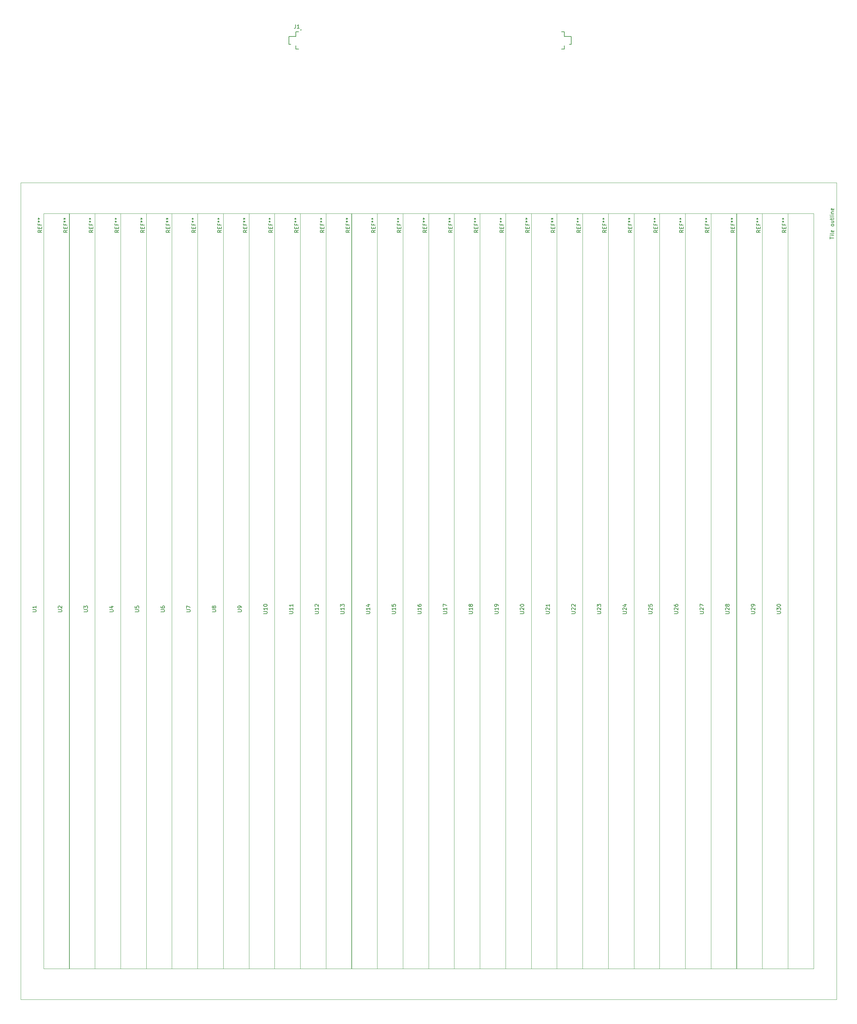
<source format=gbr>
G04 #@! TF.GenerationSoftware,KiCad,Pcbnew,(5.1.6)-1*
G04 #@! TF.CreationDate,2022-05-04T19:11:15-05:00*
G04 #@! TF.ProjectId,stripline_anode,73747269-706c-4696-9e65-5f616e6f6465,1a*
G04 #@! TF.SameCoordinates,Original*
G04 #@! TF.FileFunction,Legend,Top*
G04 #@! TF.FilePolarity,Positive*
%FSLAX46Y46*%
G04 Gerber Fmt 4.6, Leading zero omitted, Abs format (unit mm)*
G04 Created by KiCad (PCBNEW (5.1.6)-1) date 2022-05-04 19:11:15*
%MOMM*%
%LPD*%
G01*
G04 APERTURE LIST*
%ADD10C,0.120000*%
%ADD11C,0.150000*%
%ADD12C,0.200000*%
G04 APERTURE END LIST*
D10*
X-109982000Y-109982000D02*
X-109982000Y109982000D01*
X-109982000Y109982000D02*
X109982000Y109982000D01*
X109982000Y109982000D02*
X109982000Y-109982000D01*
X109982000Y-109982000D02*
X-109982000Y-109982000D01*
D11*
X108257873Y94794873D02*
X108257873Y95366301D01*
X109257873Y95080587D02*
X108257873Y95080587D01*
X109257873Y95699635D02*
X108591207Y95699635D01*
X108257873Y95699635D02*
X108305493Y95652016D01*
X108353112Y95699635D01*
X108305493Y95747254D01*
X108257873Y95699635D01*
X108353112Y95699635D01*
X109257873Y96318682D02*
X109210254Y96223444D01*
X109115016Y96175825D01*
X108257873Y96175825D01*
X109210254Y97080587D02*
X109257873Y96985349D01*
X109257873Y96794873D01*
X109210254Y96699635D01*
X109115016Y96652016D01*
X108734064Y96652016D01*
X108638826Y96699635D01*
X108591207Y96794873D01*
X108591207Y96985349D01*
X108638826Y97080587D01*
X108734064Y97128206D01*
X108829302Y97128206D01*
X108924540Y96652016D01*
X109257873Y98461540D02*
X109210254Y98366301D01*
X109162635Y98318682D01*
X109067397Y98271063D01*
X108781683Y98271063D01*
X108686445Y98318682D01*
X108638826Y98366301D01*
X108591207Y98461540D01*
X108591207Y98604397D01*
X108638826Y98699635D01*
X108686445Y98747254D01*
X108781683Y98794873D01*
X109067397Y98794873D01*
X109162635Y98747254D01*
X109210254Y98699635D01*
X109257873Y98604397D01*
X109257873Y98461540D01*
X108591207Y99652016D02*
X109257873Y99652016D01*
X108591207Y99223444D02*
X109115016Y99223444D01*
X109210254Y99271063D01*
X109257873Y99366301D01*
X109257873Y99509159D01*
X109210254Y99604397D01*
X109162635Y99652016D01*
X108591207Y99985349D02*
X108591207Y100366301D01*
X108257873Y100128206D02*
X109115016Y100128206D01*
X109210254Y100175825D01*
X109257873Y100271063D01*
X109257873Y100366301D01*
X109257873Y100842492D02*
X109210254Y100747254D01*
X109115016Y100699635D01*
X108257873Y100699635D01*
X109257873Y101223444D02*
X108591207Y101223444D01*
X108257873Y101223444D02*
X108305493Y101175825D01*
X108353112Y101223444D01*
X108305493Y101271063D01*
X108257873Y101223444D01*
X108353112Y101223444D01*
X108591207Y101699635D02*
X109257873Y101699635D01*
X108686445Y101699635D02*
X108638826Y101747254D01*
X108591207Y101842492D01*
X108591207Y101985349D01*
X108638826Y102080587D01*
X108734064Y102128206D01*
X109257873Y102128206D01*
X109210254Y102985349D02*
X109257873Y102890111D01*
X109257873Y102699635D01*
X109210254Y102604397D01*
X109115016Y102556778D01*
X108734064Y102556778D01*
X108638826Y102604397D01*
X108591207Y102699635D01*
X108591207Y102890111D01*
X108638826Y102985349D01*
X108734064Y103032968D01*
X108829302Y103032968D01*
X108924540Y102556778D01*
D10*
X96885000Y-101700000D02*
X103795000Y-101700000D01*
X103795000Y-101700000D02*
X103795000Y101700000D01*
X103795000Y101700000D02*
X96885000Y101700000D01*
X96885000Y-101700000D02*
X96885000Y101700000D01*
X89965000Y-101700000D02*
X96875000Y-101700000D01*
X96875000Y-101700000D02*
X96875000Y101700000D01*
X96875000Y101700000D02*
X89965000Y101700000D01*
X89965000Y-101700000D02*
X89965000Y101700000D01*
X83045000Y-101700000D02*
X89955000Y-101700000D01*
X89955000Y-101700000D02*
X89955000Y101700000D01*
X89955000Y101700000D02*
X83045000Y101700000D01*
X83045000Y-101700000D02*
X83045000Y101700000D01*
X76125000Y-101700000D02*
X83035000Y-101700000D01*
X83035000Y-101700000D02*
X83035000Y101700000D01*
X83035000Y101700000D02*
X76125000Y101700000D01*
X76125000Y-101700000D02*
X76125000Y101700000D01*
X69205000Y-101700000D02*
X76115000Y-101700000D01*
X76115000Y-101700000D02*
X76115000Y101700000D01*
X76115000Y101700000D02*
X69205000Y101700000D01*
X69205000Y-101700000D02*
X69205000Y101700000D01*
X62285000Y-101700000D02*
X69195000Y-101700000D01*
X69195000Y-101700000D02*
X69195000Y101700000D01*
X69195000Y101700000D02*
X62285000Y101700000D01*
X62285000Y-101700000D02*
X62285000Y101700000D01*
X55365000Y-101700000D02*
X62275000Y-101700000D01*
X62275000Y-101700000D02*
X62275000Y101700000D01*
X62275000Y101700000D02*
X55365000Y101700000D01*
X55365000Y-101700000D02*
X55365000Y101700000D01*
X48445000Y-101700000D02*
X55355000Y-101700000D01*
X55355000Y-101700000D02*
X55355000Y101700000D01*
X55355000Y101700000D02*
X48445000Y101700000D01*
X48445000Y-101700000D02*
X48445000Y101700000D01*
X41525000Y-101700000D02*
X48435000Y-101700000D01*
X48435000Y-101700000D02*
X48435000Y101700000D01*
X48435000Y101700000D02*
X41525000Y101700000D01*
X41525000Y-101700000D02*
X41525000Y101700000D01*
X34605000Y-101700000D02*
X41515000Y-101700000D01*
X41515000Y-101700000D02*
X41515000Y101700000D01*
X41515000Y101700000D02*
X34605000Y101700000D01*
X34605000Y-101700000D02*
X34605000Y101700000D01*
X27685000Y-101700000D02*
X34595000Y-101700000D01*
X34595000Y-101700000D02*
X34595000Y101700000D01*
X34595000Y101700000D02*
X27685000Y101700000D01*
X27685000Y-101700000D02*
X27685000Y101700000D01*
X20765000Y-101700000D02*
X27675000Y-101700000D01*
X27675000Y-101700000D02*
X27675000Y101700000D01*
X27675000Y101700000D02*
X20765000Y101700000D01*
X20765000Y-101700000D02*
X20765000Y101700000D01*
X13845000Y-101700000D02*
X20755000Y-101700000D01*
X20755000Y-101700000D02*
X20755000Y101700000D01*
X20755000Y101700000D02*
X13845000Y101700000D01*
X13845000Y-101700000D02*
X13845000Y101700000D01*
X6925000Y-101700000D02*
X13835000Y-101700000D01*
X13835000Y-101700000D02*
X13835000Y101700000D01*
X13835000Y101700000D02*
X6925000Y101700000D01*
X6925000Y-101700000D02*
X6925000Y101700000D01*
X5000Y-101700000D02*
X6915000Y-101700000D01*
X6915000Y-101700000D02*
X6915000Y101700000D01*
X6915000Y101700000D02*
X5000Y101700000D01*
X5000Y-101700000D02*
X5000Y101700000D01*
X-6915000Y-101700000D02*
X-5000Y-101700000D01*
X-5000Y-101700000D02*
X-5000Y101700000D01*
X-5000Y101700000D02*
X-6915000Y101700000D01*
X-6915000Y-101700000D02*
X-6915000Y101700000D01*
X-13835000Y-101700000D02*
X-6925000Y-101700000D01*
X-6925000Y-101700000D02*
X-6925000Y101700000D01*
X-6925000Y101700000D02*
X-13835000Y101700000D01*
X-13835000Y-101700000D02*
X-13835000Y101700000D01*
X-20755000Y-101700000D02*
X-13845000Y-101700000D01*
X-13845000Y-101700000D02*
X-13845000Y101700000D01*
X-13845000Y101700000D02*
X-20755000Y101700000D01*
X-20755000Y-101700000D02*
X-20755000Y101700000D01*
X-27675000Y-101700000D02*
X-20765000Y-101700000D01*
X-20765000Y-101700000D02*
X-20765000Y101700000D01*
X-20765000Y101700000D02*
X-27675000Y101700000D01*
X-27675000Y-101700000D02*
X-27675000Y101700000D01*
X-34595000Y-101700000D02*
X-27685000Y-101700000D01*
X-27685000Y-101700000D02*
X-27685000Y101700000D01*
X-27685000Y101700000D02*
X-34595000Y101700000D01*
X-34595000Y-101700000D02*
X-34595000Y101700000D01*
X-41515000Y-101700000D02*
X-34605000Y-101700000D01*
X-34605000Y-101700000D02*
X-34605000Y101700000D01*
X-34605000Y101700000D02*
X-41515000Y101700000D01*
X-41515000Y-101700000D02*
X-41515000Y101700000D01*
X-48435000Y-101700000D02*
X-41525000Y-101700000D01*
X-41525000Y-101700000D02*
X-41525000Y101700000D01*
X-41525000Y101700000D02*
X-48435000Y101700000D01*
X-48435000Y-101700000D02*
X-48435000Y101700000D01*
X-55355000Y-101700000D02*
X-48445000Y-101700000D01*
X-48445000Y-101700000D02*
X-48445000Y101700000D01*
X-48445000Y101700000D02*
X-55355000Y101700000D01*
X-55355000Y-101700000D02*
X-55355000Y101700000D01*
X-62275000Y-101700000D02*
X-55365000Y-101700000D01*
X-55365000Y-101700000D02*
X-55365000Y101700000D01*
X-55365000Y101700000D02*
X-62275000Y101700000D01*
X-62275000Y-101700000D02*
X-62275000Y101700000D01*
X-69195000Y-101700000D02*
X-62285000Y-101700000D01*
X-62285000Y-101700000D02*
X-62285000Y101700000D01*
X-62285000Y101700000D02*
X-69195000Y101700000D01*
X-69195000Y-101700000D02*
X-69195000Y101700000D01*
X-76115000Y-101700000D02*
X-69205000Y-101700000D01*
X-69205000Y-101700000D02*
X-69205000Y101700000D01*
X-69205000Y101700000D02*
X-76115000Y101700000D01*
X-76115000Y-101700000D02*
X-76115000Y101700000D01*
X-83035000Y-101700000D02*
X-76125000Y-101700000D01*
X-76125000Y-101700000D02*
X-76125000Y101700000D01*
X-76125000Y101700000D02*
X-83035000Y101700000D01*
X-83035000Y-101700000D02*
X-83035000Y101700000D01*
X-89955000Y-101700000D02*
X-83045000Y-101700000D01*
X-83045000Y-101700000D02*
X-83045000Y101700000D01*
X-83045000Y101700000D02*
X-89955000Y101700000D01*
X-89955000Y-101700000D02*
X-89955000Y101700000D01*
X-96875000Y-101700000D02*
X-89965000Y-101700000D01*
X-89965000Y-101700000D02*
X-89965000Y101700000D01*
X-89965000Y101700000D02*
X-96875000Y101700000D01*
X-96875000Y-101700000D02*
X-96875000Y101700000D01*
X-103795000Y-101700000D02*
X-96885000Y-101700000D01*
X-96885000Y-101700000D02*
X-96885000Y101700000D01*
X-96885000Y101700000D02*
X-103795000Y101700000D01*
X-103795000Y-101700000D02*
X-103795000Y101700000D01*
D12*
X-34299950Y151080180D02*
G75*
G03*
X-34299950Y151080180I-100000J0D01*
G01*
X36625050Y145970180D02*
X35800050Y145970180D01*
X-35824950Y145970180D02*
X-34999950Y145970180D01*
X36625050Y150570180D02*
X35800050Y150570180D01*
X-35824950Y150570180D02*
X-34999950Y150570180D01*
X38485050Y149320180D02*
X36625050Y149320180D01*
X37965050Y147220180D02*
X38485050Y147220180D01*
X36625050Y145970180D02*
X36625050Y146855180D01*
X36625050Y150570180D02*
X36625050Y149320180D01*
X38485050Y147220180D02*
X38485050Y149320180D01*
X-37684950Y149320180D02*
X-35824950Y149320180D01*
X-37164950Y147220180D02*
X-37684950Y147220180D01*
X-35824950Y145970180D02*
X-35824950Y146855180D01*
X-35824950Y150570180D02*
X-35824950Y149320180D01*
X-37684950Y147220180D02*
X-37684950Y149320180D01*
D11*
X-104317619Y97160166D02*
X-104793809Y96826833D01*
X-104317619Y96588738D02*
X-105317619Y96588738D01*
X-105317619Y96969690D01*
X-105270000Y97064928D01*
X-105222380Y97112547D01*
X-105127142Y97160166D01*
X-104984285Y97160166D01*
X-104889047Y97112547D01*
X-104841428Y97064928D01*
X-104793809Y96969690D01*
X-104793809Y96588738D01*
X-104841428Y97588738D02*
X-104841428Y97922071D01*
X-104317619Y98064928D02*
X-104317619Y97588738D01*
X-105317619Y97588738D01*
X-105317619Y98064928D01*
X-104841428Y98826833D02*
X-104841428Y98493500D01*
X-104317619Y98493500D02*
X-105317619Y98493500D01*
X-105317619Y98969690D01*
X-105317619Y99493500D02*
X-105079523Y99493500D01*
X-105174761Y99255404D02*
X-105079523Y99493500D01*
X-105174761Y99731595D01*
X-104889047Y99350642D02*
X-105079523Y99493500D01*
X-104889047Y99636357D01*
X-105317619Y100255404D02*
X-105079523Y100255404D01*
X-105174761Y100017309D02*
X-105079523Y100255404D01*
X-105174761Y100493500D01*
X-104889047Y100112547D02*
X-105079523Y100255404D01*
X-104889047Y100398261D01*
X-48957619Y97160166D02*
X-49433809Y96826833D01*
X-48957619Y96588738D02*
X-49957619Y96588738D01*
X-49957619Y96969690D01*
X-49910000Y97064928D01*
X-49862380Y97112547D01*
X-49767142Y97160166D01*
X-49624285Y97160166D01*
X-49529047Y97112547D01*
X-49481428Y97064928D01*
X-49433809Y96969690D01*
X-49433809Y96588738D01*
X-49481428Y97588738D02*
X-49481428Y97922071D01*
X-48957619Y98064928D02*
X-48957619Y97588738D01*
X-49957619Y97588738D01*
X-49957619Y98064928D01*
X-49481428Y98826833D02*
X-49481428Y98493500D01*
X-48957619Y98493500D02*
X-49957619Y98493500D01*
X-49957619Y98969690D01*
X-49957619Y99493500D02*
X-49719523Y99493500D01*
X-49814761Y99255404D02*
X-49719523Y99493500D01*
X-49814761Y99731595D01*
X-49529047Y99350642D02*
X-49719523Y99493500D01*
X-49529047Y99636357D01*
X-49957619Y100255404D02*
X-49719523Y100255404D01*
X-49814761Y100017309D02*
X-49719523Y100255404D01*
X-49814761Y100493500D01*
X-49529047Y100112547D02*
X-49719523Y100255404D01*
X-49529047Y100398261D01*
X96362380Y97160166D02*
X95886190Y96826833D01*
X96362380Y96588738D02*
X95362380Y96588738D01*
X95362380Y96969690D01*
X95410000Y97064928D01*
X95457619Y97112547D01*
X95552857Y97160166D01*
X95695714Y97160166D01*
X95790952Y97112547D01*
X95838571Y97064928D01*
X95886190Y96969690D01*
X95886190Y96588738D01*
X95838571Y97588738D02*
X95838571Y97922071D01*
X96362380Y98064928D02*
X96362380Y97588738D01*
X95362380Y97588738D01*
X95362380Y98064928D01*
X95838571Y98826833D02*
X95838571Y98493500D01*
X96362380Y98493500D02*
X95362380Y98493500D01*
X95362380Y98969690D01*
X95362380Y99493500D02*
X95600476Y99493500D01*
X95505238Y99255404D02*
X95600476Y99493500D01*
X95505238Y99731595D01*
X95790952Y99350642D02*
X95600476Y99493500D01*
X95790952Y99636357D01*
X95362380Y100255404D02*
X95600476Y100255404D01*
X95505238Y100017309D02*
X95600476Y100255404D01*
X95505238Y100493500D01*
X95790952Y100112547D02*
X95600476Y100255404D01*
X95790952Y100398261D01*
X75602380Y97160166D02*
X75126190Y96826833D01*
X75602380Y96588738D02*
X74602380Y96588738D01*
X74602380Y96969690D01*
X74650000Y97064928D01*
X74697619Y97112547D01*
X74792857Y97160166D01*
X74935714Y97160166D01*
X75030952Y97112547D01*
X75078571Y97064928D01*
X75126190Y96969690D01*
X75126190Y96588738D01*
X75078571Y97588738D02*
X75078571Y97922071D01*
X75602380Y98064928D02*
X75602380Y97588738D01*
X74602380Y97588738D01*
X74602380Y98064928D01*
X75078571Y98826833D02*
X75078571Y98493500D01*
X75602380Y98493500D02*
X74602380Y98493500D01*
X74602380Y98969690D01*
X74602380Y99493500D02*
X74840476Y99493500D01*
X74745238Y99255404D02*
X74840476Y99493500D01*
X74745238Y99731595D01*
X75030952Y99350642D02*
X74840476Y99493500D01*
X75030952Y99636357D01*
X74602380Y100255404D02*
X74840476Y100255404D01*
X74745238Y100017309D02*
X74840476Y100255404D01*
X74745238Y100493500D01*
X75030952Y100112547D02*
X74840476Y100255404D01*
X75030952Y100398261D01*
X54842380Y97160166D02*
X54366190Y96826833D01*
X54842380Y96588738D02*
X53842380Y96588738D01*
X53842380Y96969690D01*
X53890000Y97064928D01*
X53937619Y97112547D01*
X54032857Y97160166D01*
X54175714Y97160166D01*
X54270952Y97112547D01*
X54318571Y97064928D01*
X54366190Y96969690D01*
X54366190Y96588738D01*
X54318571Y97588738D02*
X54318571Y97922071D01*
X54842380Y98064928D02*
X54842380Y97588738D01*
X53842380Y97588738D01*
X53842380Y98064928D01*
X54318571Y98826833D02*
X54318571Y98493500D01*
X54842380Y98493500D02*
X53842380Y98493500D01*
X53842380Y98969690D01*
X53842380Y99493500D02*
X54080476Y99493500D01*
X53985238Y99255404D02*
X54080476Y99493500D01*
X53985238Y99731595D01*
X54270952Y99350642D02*
X54080476Y99493500D01*
X54270952Y99636357D01*
X53842380Y100255404D02*
X54080476Y100255404D01*
X53985238Y100017309D02*
X54080476Y100255404D01*
X53985238Y100493500D01*
X54270952Y100112547D02*
X54080476Y100255404D01*
X54270952Y100398261D01*
X89442380Y97160166D02*
X88966190Y96826833D01*
X89442380Y96588738D02*
X88442380Y96588738D01*
X88442380Y96969690D01*
X88490000Y97064928D01*
X88537619Y97112547D01*
X88632857Y97160166D01*
X88775714Y97160166D01*
X88870952Y97112547D01*
X88918571Y97064928D01*
X88966190Y96969690D01*
X88966190Y96588738D01*
X88918571Y97588738D02*
X88918571Y97922071D01*
X89442380Y98064928D02*
X89442380Y97588738D01*
X88442380Y97588738D01*
X88442380Y98064928D01*
X88918571Y98826833D02*
X88918571Y98493500D01*
X89442380Y98493500D02*
X88442380Y98493500D01*
X88442380Y98969690D01*
X88442380Y99493500D02*
X88680476Y99493500D01*
X88585238Y99255404D02*
X88680476Y99493500D01*
X88585238Y99731595D01*
X88870952Y99350642D02*
X88680476Y99493500D01*
X88870952Y99636357D01*
X88442380Y100255404D02*
X88680476Y100255404D01*
X88585238Y100017309D02*
X88680476Y100255404D01*
X88585238Y100493500D01*
X88870952Y100112547D02*
X88680476Y100255404D01*
X88870952Y100398261D01*
X68682380Y97160166D02*
X68206190Y96826833D01*
X68682380Y96588738D02*
X67682380Y96588738D01*
X67682380Y96969690D01*
X67730000Y97064928D01*
X67777619Y97112547D01*
X67872857Y97160166D01*
X68015714Y97160166D01*
X68110952Y97112547D01*
X68158571Y97064928D01*
X68206190Y96969690D01*
X68206190Y96588738D01*
X68158571Y97588738D02*
X68158571Y97922071D01*
X68682380Y98064928D02*
X68682380Y97588738D01*
X67682380Y97588738D01*
X67682380Y98064928D01*
X68158571Y98826833D02*
X68158571Y98493500D01*
X68682380Y98493500D02*
X67682380Y98493500D01*
X67682380Y98969690D01*
X67682380Y99493500D02*
X67920476Y99493500D01*
X67825238Y99255404D02*
X67920476Y99493500D01*
X67825238Y99731595D01*
X68110952Y99350642D02*
X67920476Y99493500D01*
X68110952Y99636357D01*
X67682380Y100255404D02*
X67920476Y100255404D01*
X67825238Y100017309D02*
X67920476Y100255404D01*
X67825238Y100493500D01*
X68110952Y100112547D02*
X67920476Y100255404D01*
X68110952Y100398261D01*
X61762380Y97160166D02*
X61286190Y96826833D01*
X61762380Y96588738D02*
X60762380Y96588738D01*
X60762380Y96969690D01*
X60810000Y97064928D01*
X60857619Y97112547D01*
X60952857Y97160166D01*
X61095714Y97160166D01*
X61190952Y97112547D01*
X61238571Y97064928D01*
X61286190Y96969690D01*
X61286190Y96588738D01*
X61238571Y97588738D02*
X61238571Y97922071D01*
X61762380Y98064928D02*
X61762380Y97588738D01*
X60762380Y97588738D01*
X60762380Y98064928D01*
X61238571Y98826833D02*
X61238571Y98493500D01*
X61762380Y98493500D02*
X60762380Y98493500D01*
X60762380Y98969690D01*
X60762380Y99493500D02*
X61000476Y99493500D01*
X60905238Y99255404D02*
X61000476Y99493500D01*
X60905238Y99731595D01*
X61190952Y99350642D02*
X61000476Y99493500D01*
X61190952Y99636357D01*
X60762380Y100255404D02*
X61000476Y100255404D01*
X60905238Y100017309D02*
X61000476Y100255404D01*
X60905238Y100493500D01*
X61190952Y100112547D02*
X61000476Y100255404D01*
X61190952Y100398261D01*
X82522380Y97160166D02*
X82046190Y96826833D01*
X82522380Y96588738D02*
X81522380Y96588738D01*
X81522380Y96969690D01*
X81570000Y97064928D01*
X81617619Y97112547D01*
X81712857Y97160166D01*
X81855714Y97160166D01*
X81950952Y97112547D01*
X81998571Y97064928D01*
X82046190Y96969690D01*
X82046190Y96588738D01*
X81998571Y97588738D02*
X81998571Y97922071D01*
X82522380Y98064928D02*
X82522380Y97588738D01*
X81522380Y97588738D01*
X81522380Y98064928D01*
X81998571Y98826833D02*
X81998571Y98493500D01*
X82522380Y98493500D02*
X81522380Y98493500D01*
X81522380Y98969690D01*
X81522380Y99493500D02*
X81760476Y99493500D01*
X81665238Y99255404D02*
X81760476Y99493500D01*
X81665238Y99731595D01*
X81950952Y99350642D02*
X81760476Y99493500D01*
X81950952Y99636357D01*
X81522380Y100255404D02*
X81760476Y100255404D01*
X81665238Y100017309D02*
X81760476Y100255404D01*
X81665238Y100493500D01*
X81950952Y100112547D02*
X81760476Y100255404D01*
X81950952Y100398261D01*
X41002380Y97160166D02*
X40526190Y96826833D01*
X41002380Y96588738D02*
X40002380Y96588738D01*
X40002380Y96969690D01*
X40050000Y97064928D01*
X40097619Y97112547D01*
X40192857Y97160166D01*
X40335714Y97160166D01*
X40430952Y97112547D01*
X40478571Y97064928D01*
X40526190Y96969690D01*
X40526190Y96588738D01*
X40478571Y97588738D02*
X40478571Y97922071D01*
X41002380Y98064928D02*
X41002380Y97588738D01*
X40002380Y97588738D01*
X40002380Y98064928D01*
X40478571Y98826833D02*
X40478571Y98493500D01*
X41002380Y98493500D02*
X40002380Y98493500D01*
X40002380Y98969690D01*
X40002380Y99493500D02*
X40240476Y99493500D01*
X40145238Y99255404D02*
X40240476Y99493500D01*
X40145238Y99731595D01*
X40430952Y99350642D02*
X40240476Y99493500D01*
X40430952Y99636357D01*
X40002380Y100255404D02*
X40240476Y100255404D01*
X40145238Y100017309D02*
X40240476Y100255404D01*
X40145238Y100493500D01*
X40430952Y100112547D02*
X40240476Y100255404D01*
X40430952Y100398261D01*
X34082380Y97160166D02*
X33606190Y96826833D01*
X34082380Y96588738D02*
X33082380Y96588738D01*
X33082380Y96969690D01*
X33130000Y97064928D01*
X33177619Y97112547D01*
X33272857Y97160166D01*
X33415714Y97160166D01*
X33510952Y97112547D01*
X33558571Y97064928D01*
X33606190Y96969690D01*
X33606190Y96588738D01*
X33558571Y97588738D02*
X33558571Y97922071D01*
X34082380Y98064928D02*
X34082380Y97588738D01*
X33082380Y97588738D01*
X33082380Y98064928D01*
X33558571Y98826833D02*
X33558571Y98493500D01*
X34082380Y98493500D02*
X33082380Y98493500D01*
X33082380Y98969690D01*
X33082380Y99493500D02*
X33320476Y99493500D01*
X33225238Y99255404D02*
X33320476Y99493500D01*
X33225238Y99731595D01*
X33510952Y99350642D02*
X33320476Y99493500D01*
X33510952Y99636357D01*
X33082380Y100255404D02*
X33320476Y100255404D01*
X33225238Y100017309D02*
X33320476Y100255404D01*
X33225238Y100493500D01*
X33510952Y100112547D02*
X33320476Y100255404D01*
X33510952Y100398261D01*
X47922380Y97160166D02*
X47446190Y96826833D01*
X47922380Y96588738D02*
X46922380Y96588738D01*
X46922380Y96969690D01*
X46970000Y97064928D01*
X47017619Y97112547D01*
X47112857Y97160166D01*
X47255714Y97160166D01*
X47350952Y97112547D01*
X47398571Y97064928D01*
X47446190Y96969690D01*
X47446190Y96588738D01*
X47398571Y97588738D02*
X47398571Y97922071D01*
X47922380Y98064928D02*
X47922380Y97588738D01*
X46922380Y97588738D01*
X46922380Y98064928D01*
X47398571Y98826833D02*
X47398571Y98493500D01*
X47922380Y98493500D02*
X46922380Y98493500D01*
X46922380Y98969690D01*
X46922380Y99493500D02*
X47160476Y99493500D01*
X47065238Y99255404D02*
X47160476Y99493500D01*
X47065238Y99731595D01*
X47350952Y99350642D02*
X47160476Y99493500D01*
X47350952Y99636357D01*
X46922380Y100255404D02*
X47160476Y100255404D01*
X47065238Y100017309D02*
X47160476Y100255404D01*
X47065238Y100493500D01*
X47350952Y100112547D02*
X47160476Y100255404D01*
X47350952Y100398261D01*
X13322380Y97160166D02*
X12846190Y96826833D01*
X13322380Y96588738D02*
X12322380Y96588738D01*
X12322380Y96969690D01*
X12370000Y97064928D01*
X12417619Y97112547D01*
X12512857Y97160166D01*
X12655714Y97160166D01*
X12750952Y97112547D01*
X12798571Y97064928D01*
X12846190Y96969690D01*
X12846190Y96588738D01*
X12798571Y97588738D02*
X12798571Y97922071D01*
X13322380Y98064928D02*
X13322380Y97588738D01*
X12322380Y97588738D01*
X12322380Y98064928D01*
X12798571Y98826833D02*
X12798571Y98493500D01*
X13322380Y98493500D02*
X12322380Y98493500D01*
X12322380Y98969690D01*
X12322380Y99493500D02*
X12560476Y99493500D01*
X12465238Y99255404D02*
X12560476Y99493500D01*
X12465238Y99731595D01*
X12750952Y99350642D02*
X12560476Y99493500D01*
X12750952Y99636357D01*
X12322380Y100255404D02*
X12560476Y100255404D01*
X12465238Y100017309D02*
X12560476Y100255404D01*
X12465238Y100493500D01*
X12750952Y100112547D02*
X12560476Y100255404D01*
X12750952Y100398261D01*
X6402380Y97160166D02*
X5926190Y96826833D01*
X6402380Y96588738D02*
X5402380Y96588738D01*
X5402380Y96969690D01*
X5450000Y97064928D01*
X5497619Y97112547D01*
X5592857Y97160166D01*
X5735714Y97160166D01*
X5830952Y97112547D01*
X5878571Y97064928D01*
X5926190Y96969690D01*
X5926190Y96588738D01*
X5878571Y97588738D02*
X5878571Y97922071D01*
X6402380Y98064928D02*
X6402380Y97588738D01*
X5402380Y97588738D01*
X5402380Y98064928D01*
X5878571Y98826833D02*
X5878571Y98493500D01*
X6402380Y98493500D02*
X5402380Y98493500D01*
X5402380Y98969690D01*
X5402380Y99493500D02*
X5640476Y99493500D01*
X5545238Y99255404D02*
X5640476Y99493500D01*
X5545238Y99731595D01*
X5830952Y99350642D02*
X5640476Y99493500D01*
X5830952Y99636357D01*
X5402380Y100255404D02*
X5640476Y100255404D01*
X5545238Y100017309D02*
X5640476Y100255404D01*
X5545238Y100493500D01*
X5830952Y100112547D02*
X5640476Y100255404D01*
X5830952Y100398261D01*
X27162380Y97160166D02*
X26686190Y96826833D01*
X27162380Y96588738D02*
X26162380Y96588738D01*
X26162380Y96969690D01*
X26210000Y97064928D01*
X26257619Y97112547D01*
X26352857Y97160166D01*
X26495714Y97160166D01*
X26590952Y97112547D01*
X26638571Y97064928D01*
X26686190Y96969690D01*
X26686190Y96588738D01*
X26638571Y97588738D02*
X26638571Y97922071D01*
X27162380Y98064928D02*
X27162380Y97588738D01*
X26162380Y97588738D01*
X26162380Y98064928D01*
X26638571Y98826833D02*
X26638571Y98493500D01*
X27162380Y98493500D02*
X26162380Y98493500D01*
X26162380Y98969690D01*
X26162380Y99493500D02*
X26400476Y99493500D01*
X26305238Y99255404D02*
X26400476Y99493500D01*
X26305238Y99731595D01*
X26590952Y99350642D02*
X26400476Y99493500D01*
X26590952Y99636357D01*
X26162380Y100255404D02*
X26400476Y100255404D01*
X26305238Y100017309D02*
X26400476Y100255404D01*
X26305238Y100493500D01*
X26590952Y100112547D02*
X26400476Y100255404D01*
X26590952Y100398261D01*
X20242380Y97160166D02*
X19766190Y96826833D01*
X20242380Y96588738D02*
X19242380Y96588738D01*
X19242380Y96969690D01*
X19290000Y97064928D01*
X19337619Y97112547D01*
X19432857Y97160166D01*
X19575714Y97160166D01*
X19670952Y97112547D01*
X19718571Y97064928D01*
X19766190Y96969690D01*
X19766190Y96588738D01*
X19718571Y97588738D02*
X19718571Y97922071D01*
X20242380Y98064928D02*
X20242380Y97588738D01*
X19242380Y97588738D01*
X19242380Y98064928D01*
X19718571Y98826833D02*
X19718571Y98493500D01*
X20242380Y98493500D02*
X19242380Y98493500D01*
X19242380Y98969690D01*
X19242380Y99493500D02*
X19480476Y99493500D01*
X19385238Y99255404D02*
X19480476Y99493500D01*
X19385238Y99731595D01*
X19670952Y99350642D02*
X19480476Y99493500D01*
X19670952Y99636357D01*
X19242380Y100255404D02*
X19480476Y100255404D01*
X19385238Y100017309D02*
X19480476Y100255404D01*
X19385238Y100493500D01*
X19670952Y100112547D02*
X19480476Y100255404D01*
X19670952Y100398261D01*
X-517619Y97160166D02*
X-993809Y96826833D01*
X-517619Y96588738D02*
X-1517619Y96588738D01*
X-1517619Y96969690D01*
X-1470000Y97064928D01*
X-1422380Y97112547D01*
X-1327142Y97160166D01*
X-1184285Y97160166D01*
X-1089047Y97112547D01*
X-1041428Y97064928D01*
X-993809Y96969690D01*
X-993809Y96588738D01*
X-1041428Y97588738D02*
X-1041428Y97922071D01*
X-517619Y98064928D02*
X-517619Y97588738D01*
X-1517619Y97588738D01*
X-1517619Y98064928D01*
X-1041428Y98826833D02*
X-1041428Y98493500D01*
X-517619Y98493500D02*
X-1517619Y98493500D01*
X-1517619Y98969690D01*
X-1517619Y99493500D02*
X-1279523Y99493500D01*
X-1374761Y99255404D02*
X-1279523Y99493500D01*
X-1374761Y99731595D01*
X-1089047Y99350642D02*
X-1279523Y99493500D01*
X-1089047Y99636357D01*
X-1517619Y100255404D02*
X-1279523Y100255404D01*
X-1374761Y100017309D02*
X-1279523Y100255404D01*
X-1374761Y100493500D01*
X-1089047Y100112547D02*
X-1279523Y100255404D01*
X-1089047Y100398261D01*
X-14357619Y97160166D02*
X-14833809Y96826833D01*
X-14357619Y96588738D02*
X-15357619Y96588738D01*
X-15357619Y96969690D01*
X-15310000Y97064928D01*
X-15262380Y97112547D01*
X-15167142Y97160166D01*
X-15024285Y97160166D01*
X-14929047Y97112547D01*
X-14881428Y97064928D01*
X-14833809Y96969690D01*
X-14833809Y96588738D01*
X-14881428Y97588738D02*
X-14881428Y97922071D01*
X-14357619Y98064928D02*
X-14357619Y97588738D01*
X-15357619Y97588738D01*
X-15357619Y98064928D01*
X-14881428Y98826833D02*
X-14881428Y98493500D01*
X-14357619Y98493500D02*
X-15357619Y98493500D01*
X-15357619Y98969690D01*
X-15357619Y99493500D02*
X-15119523Y99493500D01*
X-15214761Y99255404D02*
X-15119523Y99493500D01*
X-15214761Y99731595D01*
X-14929047Y99350642D02*
X-15119523Y99493500D01*
X-14929047Y99636357D01*
X-15357619Y100255404D02*
X-15119523Y100255404D01*
X-15214761Y100017309D02*
X-15119523Y100255404D01*
X-15214761Y100493500D01*
X-14929047Y100112547D02*
X-15119523Y100255404D01*
X-14929047Y100398261D01*
X-21277619Y97160166D02*
X-21753809Y96826833D01*
X-21277619Y96588738D02*
X-22277619Y96588738D01*
X-22277619Y96969690D01*
X-22230000Y97064928D01*
X-22182380Y97112547D01*
X-22087142Y97160166D01*
X-21944285Y97160166D01*
X-21849047Y97112547D01*
X-21801428Y97064928D01*
X-21753809Y96969690D01*
X-21753809Y96588738D01*
X-21801428Y97588738D02*
X-21801428Y97922071D01*
X-21277619Y98064928D02*
X-21277619Y97588738D01*
X-22277619Y97588738D01*
X-22277619Y98064928D01*
X-21801428Y98826833D02*
X-21801428Y98493500D01*
X-21277619Y98493500D02*
X-22277619Y98493500D01*
X-22277619Y98969690D01*
X-22277619Y99493500D02*
X-22039523Y99493500D01*
X-22134761Y99255404D02*
X-22039523Y99493500D01*
X-22134761Y99731595D01*
X-21849047Y99350642D02*
X-22039523Y99493500D01*
X-21849047Y99636357D01*
X-22277619Y100255404D02*
X-22039523Y100255404D01*
X-22134761Y100017309D02*
X-22039523Y100255404D01*
X-22134761Y100493500D01*
X-21849047Y100112547D02*
X-22039523Y100255404D01*
X-21849047Y100398261D01*
X-7437619Y97160166D02*
X-7913809Y96826833D01*
X-7437619Y96588738D02*
X-8437619Y96588738D01*
X-8437619Y96969690D01*
X-8390000Y97064928D01*
X-8342380Y97112547D01*
X-8247142Y97160166D01*
X-8104285Y97160166D01*
X-8009047Y97112547D01*
X-7961428Y97064928D01*
X-7913809Y96969690D01*
X-7913809Y96588738D01*
X-7961428Y97588738D02*
X-7961428Y97922071D01*
X-7437619Y98064928D02*
X-7437619Y97588738D01*
X-8437619Y97588738D01*
X-8437619Y98064928D01*
X-7961428Y98826833D02*
X-7961428Y98493500D01*
X-7437619Y98493500D02*
X-8437619Y98493500D01*
X-8437619Y98969690D01*
X-8437619Y99493500D02*
X-8199523Y99493500D01*
X-8294761Y99255404D02*
X-8199523Y99493500D01*
X-8294761Y99731595D01*
X-8009047Y99350642D02*
X-8199523Y99493500D01*
X-8009047Y99636357D01*
X-8437619Y100255404D02*
X-8199523Y100255404D01*
X-8294761Y100017309D02*
X-8199523Y100255404D01*
X-8294761Y100493500D01*
X-8009047Y100112547D02*
X-8199523Y100255404D01*
X-8009047Y100398261D01*
X-42037619Y97160166D02*
X-42513809Y96826833D01*
X-42037619Y96588738D02*
X-43037619Y96588738D01*
X-43037619Y96969690D01*
X-42990000Y97064928D01*
X-42942380Y97112547D01*
X-42847142Y97160166D01*
X-42704285Y97160166D01*
X-42609047Y97112547D01*
X-42561428Y97064928D01*
X-42513809Y96969690D01*
X-42513809Y96588738D01*
X-42561428Y97588738D02*
X-42561428Y97922071D01*
X-42037619Y98064928D02*
X-42037619Y97588738D01*
X-43037619Y97588738D01*
X-43037619Y98064928D01*
X-42561428Y98826833D02*
X-42561428Y98493500D01*
X-42037619Y98493500D02*
X-43037619Y98493500D01*
X-43037619Y98969690D01*
X-43037619Y99493500D02*
X-42799523Y99493500D01*
X-42894761Y99255404D02*
X-42799523Y99493500D01*
X-42894761Y99731595D01*
X-42609047Y99350642D02*
X-42799523Y99493500D01*
X-42609047Y99636357D01*
X-43037619Y100255404D02*
X-42799523Y100255404D01*
X-42894761Y100017309D02*
X-42799523Y100255404D01*
X-42894761Y100493500D01*
X-42609047Y100112547D02*
X-42799523Y100255404D01*
X-42609047Y100398261D01*
X-28197619Y97160166D02*
X-28673809Y96826833D01*
X-28197619Y96588738D02*
X-29197619Y96588738D01*
X-29197619Y96969690D01*
X-29150000Y97064928D01*
X-29102380Y97112547D01*
X-29007142Y97160166D01*
X-28864285Y97160166D01*
X-28769047Y97112547D01*
X-28721428Y97064928D01*
X-28673809Y96969690D01*
X-28673809Y96588738D01*
X-28721428Y97588738D02*
X-28721428Y97922071D01*
X-28197619Y98064928D02*
X-28197619Y97588738D01*
X-29197619Y97588738D01*
X-29197619Y98064928D01*
X-28721428Y98826833D02*
X-28721428Y98493500D01*
X-28197619Y98493500D02*
X-29197619Y98493500D01*
X-29197619Y98969690D01*
X-29197619Y99493500D02*
X-28959523Y99493500D01*
X-29054761Y99255404D02*
X-28959523Y99493500D01*
X-29054761Y99731595D01*
X-28769047Y99350642D02*
X-28959523Y99493500D01*
X-28769047Y99636357D01*
X-29197619Y100255404D02*
X-28959523Y100255404D01*
X-29054761Y100017309D02*
X-28959523Y100255404D01*
X-29054761Y100493500D01*
X-28769047Y100112547D02*
X-28959523Y100255404D01*
X-28769047Y100398261D01*
X-35117619Y97160166D02*
X-35593809Y96826833D01*
X-35117619Y96588738D02*
X-36117619Y96588738D01*
X-36117619Y96969690D01*
X-36070000Y97064928D01*
X-36022380Y97112547D01*
X-35927142Y97160166D01*
X-35784285Y97160166D01*
X-35689047Y97112547D01*
X-35641428Y97064928D01*
X-35593809Y96969690D01*
X-35593809Y96588738D01*
X-35641428Y97588738D02*
X-35641428Y97922071D01*
X-35117619Y98064928D02*
X-35117619Y97588738D01*
X-36117619Y97588738D01*
X-36117619Y98064928D01*
X-35641428Y98826833D02*
X-35641428Y98493500D01*
X-35117619Y98493500D02*
X-36117619Y98493500D01*
X-36117619Y98969690D01*
X-36117619Y99493500D02*
X-35879523Y99493500D01*
X-35974761Y99255404D02*
X-35879523Y99493500D01*
X-35974761Y99731595D01*
X-35689047Y99350642D02*
X-35879523Y99493500D01*
X-35689047Y99636357D01*
X-36117619Y100255404D02*
X-35879523Y100255404D01*
X-35974761Y100017309D02*
X-35879523Y100255404D01*
X-35974761Y100493500D01*
X-35689047Y100112547D02*
X-35879523Y100255404D01*
X-35689047Y100398261D01*
X-69717619Y97160166D02*
X-70193809Y96826833D01*
X-69717619Y96588738D02*
X-70717619Y96588738D01*
X-70717619Y96969690D01*
X-70670000Y97064928D01*
X-70622380Y97112547D01*
X-70527142Y97160166D01*
X-70384285Y97160166D01*
X-70289047Y97112547D01*
X-70241428Y97064928D01*
X-70193809Y96969690D01*
X-70193809Y96588738D01*
X-70241428Y97588738D02*
X-70241428Y97922071D01*
X-69717619Y98064928D02*
X-69717619Y97588738D01*
X-70717619Y97588738D01*
X-70717619Y98064928D01*
X-70241428Y98826833D02*
X-70241428Y98493500D01*
X-69717619Y98493500D02*
X-70717619Y98493500D01*
X-70717619Y98969690D01*
X-70717619Y99493500D02*
X-70479523Y99493500D01*
X-70574761Y99255404D02*
X-70479523Y99493500D01*
X-70574761Y99731595D01*
X-70289047Y99350642D02*
X-70479523Y99493500D01*
X-70289047Y99636357D01*
X-70717619Y100255404D02*
X-70479523Y100255404D01*
X-70574761Y100017309D02*
X-70479523Y100255404D01*
X-70574761Y100493500D01*
X-70289047Y100112547D02*
X-70479523Y100255404D01*
X-70289047Y100398261D01*
X-76637619Y97160166D02*
X-77113809Y96826833D01*
X-76637619Y96588738D02*
X-77637619Y96588738D01*
X-77637619Y96969690D01*
X-77590000Y97064928D01*
X-77542380Y97112547D01*
X-77447142Y97160166D01*
X-77304285Y97160166D01*
X-77209047Y97112547D01*
X-77161428Y97064928D01*
X-77113809Y96969690D01*
X-77113809Y96588738D01*
X-77161428Y97588738D02*
X-77161428Y97922071D01*
X-76637619Y98064928D02*
X-76637619Y97588738D01*
X-77637619Y97588738D01*
X-77637619Y98064928D01*
X-77161428Y98826833D02*
X-77161428Y98493500D01*
X-76637619Y98493500D02*
X-77637619Y98493500D01*
X-77637619Y98969690D01*
X-77637619Y99493500D02*
X-77399523Y99493500D01*
X-77494761Y99255404D02*
X-77399523Y99493500D01*
X-77494761Y99731595D01*
X-77209047Y99350642D02*
X-77399523Y99493500D01*
X-77209047Y99636357D01*
X-77637619Y100255404D02*
X-77399523Y100255404D01*
X-77494761Y100017309D02*
X-77399523Y100255404D01*
X-77494761Y100493500D01*
X-77209047Y100112547D02*
X-77399523Y100255404D01*
X-77209047Y100398261D01*
X-55877619Y97160166D02*
X-56353809Y96826833D01*
X-55877619Y96588738D02*
X-56877619Y96588738D01*
X-56877619Y96969690D01*
X-56830000Y97064928D01*
X-56782380Y97112547D01*
X-56687142Y97160166D01*
X-56544285Y97160166D01*
X-56449047Y97112547D01*
X-56401428Y97064928D01*
X-56353809Y96969690D01*
X-56353809Y96588738D01*
X-56401428Y97588738D02*
X-56401428Y97922071D01*
X-55877619Y98064928D02*
X-55877619Y97588738D01*
X-56877619Y97588738D01*
X-56877619Y98064928D01*
X-56401428Y98826833D02*
X-56401428Y98493500D01*
X-55877619Y98493500D02*
X-56877619Y98493500D01*
X-56877619Y98969690D01*
X-56877619Y99493500D02*
X-56639523Y99493500D01*
X-56734761Y99255404D02*
X-56639523Y99493500D01*
X-56734761Y99731595D01*
X-56449047Y99350642D02*
X-56639523Y99493500D01*
X-56449047Y99636357D01*
X-56877619Y100255404D02*
X-56639523Y100255404D01*
X-56734761Y100017309D02*
X-56639523Y100255404D01*
X-56734761Y100493500D01*
X-56449047Y100112547D02*
X-56639523Y100255404D01*
X-56449047Y100398261D01*
X-62797619Y97160166D02*
X-63273809Y96826833D01*
X-62797619Y96588738D02*
X-63797619Y96588738D01*
X-63797619Y96969690D01*
X-63750000Y97064928D01*
X-63702380Y97112547D01*
X-63607142Y97160166D01*
X-63464285Y97160166D01*
X-63369047Y97112547D01*
X-63321428Y97064928D01*
X-63273809Y96969690D01*
X-63273809Y96588738D01*
X-63321428Y97588738D02*
X-63321428Y97922071D01*
X-62797619Y98064928D02*
X-62797619Y97588738D01*
X-63797619Y97588738D01*
X-63797619Y98064928D01*
X-63321428Y98826833D02*
X-63321428Y98493500D01*
X-62797619Y98493500D02*
X-63797619Y98493500D01*
X-63797619Y98969690D01*
X-63797619Y99493500D02*
X-63559523Y99493500D01*
X-63654761Y99255404D02*
X-63559523Y99493500D01*
X-63654761Y99731595D01*
X-63369047Y99350642D02*
X-63559523Y99493500D01*
X-63369047Y99636357D01*
X-63797619Y100255404D02*
X-63559523Y100255404D01*
X-63654761Y100017309D02*
X-63559523Y100255404D01*
X-63654761Y100493500D01*
X-63369047Y100112547D02*
X-63559523Y100255404D01*
X-63369047Y100398261D01*
X-83557619Y97160166D02*
X-84033809Y96826833D01*
X-83557619Y96588738D02*
X-84557619Y96588738D01*
X-84557619Y96969690D01*
X-84510000Y97064928D01*
X-84462380Y97112547D01*
X-84367142Y97160166D01*
X-84224285Y97160166D01*
X-84129047Y97112547D01*
X-84081428Y97064928D01*
X-84033809Y96969690D01*
X-84033809Y96588738D01*
X-84081428Y97588738D02*
X-84081428Y97922071D01*
X-83557619Y98064928D02*
X-83557619Y97588738D01*
X-84557619Y97588738D01*
X-84557619Y98064928D01*
X-84081428Y98826833D02*
X-84081428Y98493500D01*
X-83557619Y98493500D02*
X-84557619Y98493500D01*
X-84557619Y98969690D01*
X-84557619Y99493500D02*
X-84319523Y99493500D01*
X-84414761Y99255404D02*
X-84319523Y99493500D01*
X-84414761Y99731595D01*
X-84129047Y99350642D02*
X-84319523Y99493500D01*
X-84129047Y99636357D01*
X-84557619Y100255404D02*
X-84319523Y100255404D01*
X-84414761Y100017309D02*
X-84319523Y100255404D01*
X-84414761Y100493500D01*
X-84129047Y100112547D02*
X-84319523Y100255404D01*
X-84129047Y100398261D01*
X-90477619Y97160166D02*
X-90953809Y96826833D01*
X-90477619Y96588738D02*
X-91477619Y96588738D01*
X-91477619Y96969690D01*
X-91430000Y97064928D01*
X-91382380Y97112547D01*
X-91287142Y97160166D01*
X-91144285Y97160166D01*
X-91049047Y97112547D01*
X-91001428Y97064928D01*
X-90953809Y96969690D01*
X-90953809Y96588738D01*
X-91001428Y97588738D02*
X-91001428Y97922071D01*
X-90477619Y98064928D02*
X-90477619Y97588738D01*
X-91477619Y97588738D01*
X-91477619Y98064928D01*
X-91001428Y98826833D02*
X-91001428Y98493500D01*
X-90477619Y98493500D02*
X-91477619Y98493500D01*
X-91477619Y98969690D01*
X-91477619Y99493500D02*
X-91239523Y99493500D01*
X-91334761Y99255404D02*
X-91239523Y99493500D01*
X-91334761Y99731595D01*
X-91049047Y99350642D02*
X-91239523Y99493500D01*
X-91049047Y99636357D01*
X-91477619Y100255404D02*
X-91239523Y100255404D01*
X-91334761Y100017309D02*
X-91239523Y100255404D01*
X-91334761Y100493500D01*
X-91049047Y100112547D02*
X-91239523Y100255404D01*
X-91049047Y100398261D01*
X-97397619Y97160166D02*
X-97873809Y96826833D01*
X-97397619Y96588738D02*
X-98397619Y96588738D01*
X-98397619Y96969690D01*
X-98350000Y97064928D01*
X-98302380Y97112547D01*
X-98207142Y97160166D01*
X-98064285Y97160166D01*
X-97969047Y97112547D01*
X-97921428Y97064928D01*
X-97873809Y96969690D01*
X-97873809Y96588738D01*
X-97921428Y97588738D02*
X-97921428Y97922071D01*
X-97397619Y98064928D02*
X-97397619Y97588738D01*
X-98397619Y97588738D01*
X-98397619Y98064928D01*
X-97921428Y98826833D02*
X-97921428Y98493500D01*
X-97397619Y98493500D02*
X-98397619Y98493500D01*
X-98397619Y98969690D01*
X-98397619Y99493500D02*
X-98159523Y99493500D01*
X-98254761Y99255404D02*
X-98159523Y99493500D01*
X-98254761Y99731595D01*
X-97969047Y99350642D02*
X-98159523Y99493500D01*
X-97969047Y99636357D01*
X-98397619Y100255404D02*
X-98159523Y100255404D01*
X-98254761Y100017309D02*
X-98159523Y100255404D01*
X-98254761Y100493500D01*
X-97969047Y100112547D02*
X-98159523Y100255404D01*
X-97969047Y100398261D01*
X93902380Y-6088095D02*
X94711904Y-6088095D01*
X94807142Y-6040476D01*
X94854761Y-5992857D01*
X94902380Y-5897619D01*
X94902380Y-5707142D01*
X94854761Y-5611904D01*
X94807142Y-5564285D01*
X94711904Y-5516666D01*
X93902380Y-5516666D01*
X93902380Y-5135714D02*
X93902380Y-4516666D01*
X94283333Y-4850000D01*
X94283333Y-4707142D01*
X94330952Y-4611904D01*
X94378571Y-4564285D01*
X94473809Y-4516666D01*
X94711904Y-4516666D01*
X94807142Y-4564285D01*
X94854761Y-4611904D01*
X94902380Y-4707142D01*
X94902380Y-4992857D01*
X94854761Y-5088095D01*
X94807142Y-5135714D01*
X93902380Y-3897619D02*
X93902380Y-3802380D01*
X93950000Y-3707142D01*
X93997619Y-3659523D01*
X94092857Y-3611904D01*
X94283333Y-3564285D01*
X94521428Y-3564285D01*
X94711904Y-3611904D01*
X94807142Y-3659523D01*
X94854761Y-3707142D01*
X94902380Y-3802380D01*
X94902380Y-3897619D01*
X94854761Y-3992857D01*
X94807142Y-4040476D01*
X94711904Y-4088095D01*
X94521428Y-4135714D01*
X94283333Y-4135714D01*
X94092857Y-4088095D01*
X93997619Y-4040476D01*
X93950000Y-3992857D01*
X93902380Y-3897619D01*
X86982380Y-6088095D02*
X87791904Y-6088095D01*
X87887142Y-6040476D01*
X87934761Y-5992857D01*
X87982380Y-5897619D01*
X87982380Y-5707142D01*
X87934761Y-5611904D01*
X87887142Y-5564285D01*
X87791904Y-5516666D01*
X86982380Y-5516666D01*
X87077619Y-5088095D02*
X87030000Y-5040476D01*
X86982380Y-4945238D01*
X86982380Y-4707142D01*
X87030000Y-4611904D01*
X87077619Y-4564285D01*
X87172857Y-4516666D01*
X87268095Y-4516666D01*
X87410952Y-4564285D01*
X87982380Y-5135714D01*
X87982380Y-4516666D01*
X87982380Y-4040476D02*
X87982380Y-3850000D01*
X87934761Y-3754761D01*
X87887142Y-3707142D01*
X87744285Y-3611904D01*
X87553809Y-3564285D01*
X87172857Y-3564285D01*
X87077619Y-3611904D01*
X87030000Y-3659523D01*
X86982380Y-3754761D01*
X86982380Y-3945238D01*
X87030000Y-4040476D01*
X87077619Y-4088095D01*
X87172857Y-4135714D01*
X87410952Y-4135714D01*
X87506190Y-4088095D01*
X87553809Y-4040476D01*
X87601428Y-3945238D01*
X87601428Y-3754761D01*
X87553809Y-3659523D01*
X87506190Y-3611904D01*
X87410952Y-3564285D01*
X80062380Y-6088095D02*
X80871904Y-6088095D01*
X80967142Y-6040476D01*
X81014761Y-5992857D01*
X81062380Y-5897619D01*
X81062380Y-5707142D01*
X81014761Y-5611904D01*
X80967142Y-5564285D01*
X80871904Y-5516666D01*
X80062380Y-5516666D01*
X80157619Y-5088095D02*
X80110000Y-5040476D01*
X80062380Y-4945238D01*
X80062380Y-4707142D01*
X80110000Y-4611904D01*
X80157619Y-4564285D01*
X80252857Y-4516666D01*
X80348095Y-4516666D01*
X80490952Y-4564285D01*
X81062380Y-5135714D01*
X81062380Y-4516666D01*
X80490952Y-3945238D02*
X80443333Y-4040476D01*
X80395714Y-4088095D01*
X80300476Y-4135714D01*
X80252857Y-4135714D01*
X80157619Y-4088095D01*
X80110000Y-4040476D01*
X80062380Y-3945238D01*
X80062380Y-3754761D01*
X80110000Y-3659523D01*
X80157619Y-3611904D01*
X80252857Y-3564285D01*
X80300476Y-3564285D01*
X80395714Y-3611904D01*
X80443333Y-3659523D01*
X80490952Y-3754761D01*
X80490952Y-3945238D01*
X80538571Y-4040476D01*
X80586190Y-4088095D01*
X80681428Y-4135714D01*
X80871904Y-4135714D01*
X80967142Y-4088095D01*
X81014761Y-4040476D01*
X81062380Y-3945238D01*
X81062380Y-3754761D01*
X81014761Y-3659523D01*
X80967142Y-3611904D01*
X80871904Y-3564285D01*
X80681428Y-3564285D01*
X80586190Y-3611904D01*
X80538571Y-3659523D01*
X80490952Y-3754761D01*
X73142380Y-6088095D02*
X73951904Y-6088095D01*
X74047142Y-6040476D01*
X74094761Y-5992857D01*
X74142380Y-5897619D01*
X74142380Y-5707142D01*
X74094761Y-5611904D01*
X74047142Y-5564285D01*
X73951904Y-5516666D01*
X73142380Y-5516666D01*
X73237619Y-5088095D02*
X73190000Y-5040476D01*
X73142380Y-4945238D01*
X73142380Y-4707142D01*
X73190000Y-4611904D01*
X73237619Y-4564285D01*
X73332857Y-4516666D01*
X73428095Y-4516666D01*
X73570952Y-4564285D01*
X74142380Y-5135714D01*
X74142380Y-4516666D01*
X73142380Y-4183333D02*
X73142380Y-3516666D01*
X74142380Y-3945238D01*
X66222380Y-6088095D02*
X67031904Y-6088095D01*
X67127142Y-6040476D01*
X67174761Y-5992857D01*
X67222380Y-5897619D01*
X67222380Y-5707142D01*
X67174761Y-5611904D01*
X67127142Y-5564285D01*
X67031904Y-5516666D01*
X66222380Y-5516666D01*
X66317619Y-5088095D02*
X66270000Y-5040476D01*
X66222380Y-4945238D01*
X66222380Y-4707142D01*
X66270000Y-4611904D01*
X66317619Y-4564285D01*
X66412857Y-4516666D01*
X66508095Y-4516666D01*
X66650952Y-4564285D01*
X67222380Y-5135714D01*
X67222380Y-4516666D01*
X66222380Y-3659523D02*
X66222380Y-3850000D01*
X66270000Y-3945238D01*
X66317619Y-3992857D01*
X66460476Y-4088095D01*
X66650952Y-4135714D01*
X67031904Y-4135714D01*
X67127142Y-4088095D01*
X67174761Y-4040476D01*
X67222380Y-3945238D01*
X67222380Y-3754761D01*
X67174761Y-3659523D01*
X67127142Y-3611904D01*
X67031904Y-3564285D01*
X66793809Y-3564285D01*
X66698571Y-3611904D01*
X66650952Y-3659523D01*
X66603333Y-3754761D01*
X66603333Y-3945238D01*
X66650952Y-4040476D01*
X66698571Y-4088095D01*
X66793809Y-4135714D01*
X59302380Y-6088095D02*
X60111904Y-6088095D01*
X60207142Y-6040476D01*
X60254761Y-5992857D01*
X60302380Y-5897619D01*
X60302380Y-5707142D01*
X60254761Y-5611904D01*
X60207142Y-5564285D01*
X60111904Y-5516666D01*
X59302380Y-5516666D01*
X59397619Y-5088095D02*
X59350000Y-5040476D01*
X59302380Y-4945238D01*
X59302380Y-4707142D01*
X59350000Y-4611904D01*
X59397619Y-4564285D01*
X59492857Y-4516666D01*
X59588095Y-4516666D01*
X59730952Y-4564285D01*
X60302380Y-5135714D01*
X60302380Y-4516666D01*
X59302380Y-3611904D02*
X59302380Y-4088095D01*
X59778571Y-4135714D01*
X59730952Y-4088095D01*
X59683333Y-3992857D01*
X59683333Y-3754761D01*
X59730952Y-3659523D01*
X59778571Y-3611904D01*
X59873809Y-3564285D01*
X60111904Y-3564285D01*
X60207142Y-3611904D01*
X60254761Y-3659523D01*
X60302380Y-3754761D01*
X60302380Y-3992857D01*
X60254761Y-4088095D01*
X60207142Y-4135714D01*
X52382380Y-6088095D02*
X53191904Y-6088095D01*
X53287142Y-6040476D01*
X53334761Y-5992857D01*
X53382380Y-5897619D01*
X53382380Y-5707142D01*
X53334761Y-5611904D01*
X53287142Y-5564285D01*
X53191904Y-5516666D01*
X52382380Y-5516666D01*
X52477619Y-5088095D02*
X52430000Y-5040476D01*
X52382380Y-4945238D01*
X52382380Y-4707142D01*
X52430000Y-4611904D01*
X52477619Y-4564285D01*
X52572857Y-4516666D01*
X52668095Y-4516666D01*
X52810952Y-4564285D01*
X53382380Y-5135714D01*
X53382380Y-4516666D01*
X52715714Y-3659523D02*
X53382380Y-3659523D01*
X52334761Y-3897619D02*
X53049047Y-4135714D01*
X53049047Y-3516666D01*
X45462380Y-6088095D02*
X46271904Y-6088095D01*
X46367142Y-6040476D01*
X46414761Y-5992857D01*
X46462380Y-5897619D01*
X46462380Y-5707142D01*
X46414761Y-5611904D01*
X46367142Y-5564285D01*
X46271904Y-5516666D01*
X45462380Y-5516666D01*
X45557619Y-5088095D02*
X45510000Y-5040476D01*
X45462380Y-4945238D01*
X45462380Y-4707142D01*
X45510000Y-4611904D01*
X45557619Y-4564285D01*
X45652857Y-4516666D01*
X45748095Y-4516666D01*
X45890952Y-4564285D01*
X46462380Y-5135714D01*
X46462380Y-4516666D01*
X45462380Y-4183333D02*
X45462380Y-3564285D01*
X45843333Y-3897619D01*
X45843333Y-3754761D01*
X45890952Y-3659523D01*
X45938571Y-3611904D01*
X46033809Y-3564285D01*
X46271904Y-3564285D01*
X46367142Y-3611904D01*
X46414761Y-3659523D01*
X46462380Y-3754761D01*
X46462380Y-4040476D01*
X46414761Y-4135714D01*
X46367142Y-4183333D01*
X38542380Y-6088095D02*
X39351904Y-6088095D01*
X39447142Y-6040476D01*
X39494761Y-5992857D01*
X39542380Y-5897619D01*
X39542380Y-5707142D01*
X39494761Y-5611904D01*
X39447142Y-5564285D01*
X39351904Y-5516666D01*
X38542380Y-5516666D01*
X38637619Y-5088095D02*
X38590000Y-5040476D01*
X38542380Y-4945238D01*
X38542380Y-4707142D01*
X38590000Y-4611904D01*
X38637619Y-4564285D01*
X38732857Y-4516666D01*
X38828095Y-4516666D01*
X38970952Y-4564285D01*
X39542380Y-5135714D01*
X39542380Y-4516666D01*
X38637619Y-4135714D02*
X38590000Y-4088095D01*
X38542380Y-3992857D01*
X38542380Y-3754761D01*
X38590000Y-3659523D01*
X38637619Y-3611904D01*
X38732857Y-3564285D01*
X38828095Y-3564285D01*
X38970952Y-3611904D01*
X39542380Y-4183333D01*
X39542380Y-3564285D01*
X31622380Y-6088095D02*
X32431904Y-6088095D01*
X32527142Y-6040476D01*
X32574761Y-5992857D01*
X32622380Y-5897619D01*
X32622380Y-5707142D01*
X32574761Y-5611904D01*
X32527142Y-5564285D01*
X32431904Y-5516666D01*
X31622380Y-5516666D01*
X31717619Y-5088095D02*
X31670000Y-5040476D01*
X31622380Y-4945238D01*
X31622380Y-4707142D01*
X31670000Y-4611904D01*
X31717619Y-4564285D01*
X31812857Y-4516666D01*
X31908095Y-4516666D01*
X32050952Y-4564285D01*
X32622380Y-5135714D01*
X32622380Y-4516666D01*
X32622380Y-3564285D02*
X32622380Y-4135714D01*
X32622380Y-3850000D02*
X31622380Y-3850000D01*
X31765238Y-3945238D01*
X31860476Y-4040476D01*
X31908095Y-4135714D01*
X24702380Y-6088095D02*
X25511904Y-6088095D01*
X25607142Y-6040476D01*
X25654761Y-5992857D01*
X25702380Y-5897619D01*
X25702380Y-5707142D01*
X25654761Y-5611904D01*
X25607142Y-5564285D01*
X25511904Y-5516666D01*
X24702380Y-5516666D01*
X24797619Y-5088095D02*
X24750000Y-5040476D01*
X24702380Y-4945238D01*
X24702380Y-4707142D01*
X24750000Y-4611904D01*
X24797619Y-4564285D01*
X24892857Y-4516666D01*
X24988095Y-4516666D01*
X25130952Y-4564285D01*
X25702380Y-5135714D01*
X25702380Y-4516666D01*
X24702380Y-3897619D02*
X24702380Y-3802380D01*
X24750000Y-3707142D01*
X24797619Y-3659523D01*
X24892857Y-3611904D01*
X25083333Y-3564285D01*
X25321428Y-3564285D01*
X25511904Y-3611904D01*
X25607142Y-3659523D01*
X25654761Y-3707142D01*
X25702380Y-3802380D01*
X25702380Y-3897619D01*
X25654761Y-3992857D01*
X25607142Y-4040476D01*
X25511904Y-4088095D01*
X25321428Y-4135714D01*
X25083333Y-4135714D01*
X24892857Y-4088095D01*
X24797619Y-4040476D01*
X24750000Y-3992857D01*
X24702380Y-3897619D01*
X17782380Y-6088095D02*
X18591904Y-6088095D01*
X18687142Y-6040476D01*
X18734761Y-5992857D01*
X18782380Y-5897619D01*
X18782380Y-5707142D01*
X18734761Y-5611904D01*
X18687142Y-5564285D01*
X18591904Y-5516666D01*
X17782380Y-5516666D01*
X18782380Y-4516666D02*
X18782380Y-5088095D01*
X18782380Y-4802380D02*
X17782380Y-4802380D01*
X17925238Y-4897619D01*
X18020476Y-4992857D01*
X18068095Y-5088095D01*
X18782380Y-4040476D02*
X18782380Y-3850000D01*
X18734761Y-3754761D01*
X18687142Y-3707142D01*
X18544285Y-3611904D01*
X18353809Y-3564285D01*
X17972857Y-3564285D01*
X17877619Y-3611904D01*
X17830000Y-3659523D01*
X17782380Y-3754761D01*
X17782380Y-3945238D01*
X17830000Y-4040476D01*
X17877619Y-4088095D01*
X17972857Y-4135714D01*
X18210952Y-4135714D01*
X18306190Y-4088095D01*
X18353809Y-4040476D01*
X18401428Y-3945238D01*
X18401428Y-3754761D01*
X18353809Y-3659523D01*
X18306190Y-3611904D01*
X18210952Y-3564285D01*
X10862380Y-6088095D02*
X11671904Y-6088095D01*
X11767142Y-6040476D01*
X11814761Y-5992857D01*
X11862380Y-5897619D01*
X11862380Y-5707142D01*
X11814761Y-5611904D01*
X11767142Y-5564285D01*
X11671904Y-5516666D01*
X10862380Y-5516666D01*
X11862380Y-4516666D02*
X11862380Y-5088095D01*
X11862380Y-4802380D02*
X10862380Y-4802380D01*
X11005238Y-4897619D01*
X11100476Y-4992857D01*
X11148095Y-5088095D01*
X11290952Y-3945238D02*
X11243333Y-4040476D01*
X11195714Y-4088095D01*
X11100476Y-4135714D01*
X11052857Y-4135714D01*
X10957619Y-4088095D01*
X10910000Y-4040476D01*
X10862380Y-3945238D01*
X10862380Y-3754761D01*
X10910000Y-3659523D01*
X10957619Y-3611904D01*
X11052857Y-3564285D01*
X11100476Y-3564285D01*
X11195714Y-3611904D01*
X11243333Y-3659523D01*
X11290952Y-3754761D01*
X11290952Y-3945238D01*
X11338571Y-4040476D01*
X11386190Y-4088095D01*
X11481428Y-4135714D01*
X11671904Y-4135714D01*
X11767142Y-4088095D01*
X11814761Y-4040476D01*
X11862380Y-3945238D01*
X11862380Y-3754761D01*
X11814761Y-3659523D01*
X11767142Y-3611904D01*
X11671904Y-3564285D01*
X11481428Y-3564285D01*
X11386190Y-3611904D01*
X11338571Y-3659523D01*
X11290952Y-3754761D01*
X3942380Y-6088095D02*
X4751904Y-6088095D01*
X4847142Y-6040476D01*
X4894761Y-5992857D01*
X4942380Y-5897619D01*
X4942380Y-5707142D01*
X4894761Y-5611904D01*
X4847142Y-5564285D01*
X4751904Y-5516666D01*
X3942380Y-5516666D01*
X4942380Y-4516666D02*
X4942380Y-5088095D01*
X4942380Y-4802380D02*
X3942380Y-4802380D01*
X4085238Y-4897619D01*
X4180476Y-4992857D01*
X4228095Y-5088095D01*
X3942380Y-4183333D02*
X3942380Y-3516666D01*
X4942380Y-3945238D01*
X-2977619Y-6088095D02*
X-2168095Y-6088095D01*
X-2072857Y-6040476D01*
X-2025238Y-5992857D01*
X-1977619Y-5897619D01*
X-1977619Y-5707142D01*
X-2025238Y-5611904D01*
X-2072857Y-5564285D01*
X-2168095Y-5516666D01*
X-2977619Y-5516666D01*
X-1977619Y-4516666D02*
X-1977619Y-5088095D01*
X-1977619Y-4802380D02*
X-2977619Y-4802380D01*
X-2834761Y-4897619D01*
X-2739523Y-4992857D01*
X-2691904Y-5088095D01*
X-2977619Y-3659523D02*
X-2977619Y-3850000D01*
X-2930000Y-3945238D01*
X-2882380Y-3992857D01*
X-2739523Y-4088095D01*
X-2549047Y-4135714D01*
X-2168095Y-4135714D01*
X-2072857Y-4088095D01*
X-2025238Y-4040476D01*
X-1977619Y-3945238D01*
X-1977619Y-3754761D01*
X-2025238Y-3659523D01*
X-2072857Y-3611904D01*
X-2168095Y-3564285D01*
X-2406190Y-3564285D01*
X-2501428Y-3611904D01*
X-2549047Y-3659523D01*
X-2596666Y-3754761D01*
X-2596666Y-3945238D01*
X-2549047Y-4040476D01*
X-2501428Y-4088095D01*
X-2406190Y-4135714D01*
X-9897619Y-6088095D02*
X-9088095Y-6088095D01*
X-8992857Y-6040476D01*
X-8945238Y-5992857D01*
X-8897619Y-5897619D01*
X-8897619Y-5707142D01*
X-8945238Y-5611904D01*
X-8992857Y-5564285D01*
X-9088095Y-5516666D01*
X-9897619Y-5516666D01*
X-8897619Y-4516666D02*
X-8897619Y-5088095D01*
X-8897619Y-4802380D02*
X-9897619Y-4802380D01*
X-9754761Y-4897619D01*
X-9659523Y-4992857D01*
X-9611904Y-5088095D01*
X-9897619Y-3611904D02*
X-9897619Y-4088095D01*
X-9421428Y-4135714D01*
X-9469047Y-4088095D01*
X-9516666Y-3992857D01*
X-9516666Y-3754761D01*
X-9469047Y-3659523D01*
X-9421428Y-3611904D01*
X-9326190Y-3564285D01*
X-9088095Y-3564285D01*
X-8992857Y-3611904D01*
X-8945238Y-3659523D01*
X-8897619Y-3754761D01*
X-8897619Y-3992857D01*
X-8945238Y-4088095D01*
X-8992857Y-4135714D01*
X-16817619Y-6088095D02*
X-16008095Y-6088095D01*
X-15912857Y-6040476D01*
X-15865238Y-5992857D01*
X-15817619Y-5897619D01*
X-15817619Y-5707142D01*
X-15865238Y-5611904D01*
X-15912857Y-5564285D01*
X-16008095Y-5516666D01*
X-16817619Y-5516666D01*
X-15817619Y-4516666D02*
X-15817619Y-5088095D01*
X-15817619Y-4802380D02*
X-16817619Y-4802380D01*
X-16674761Y-4897619D01*
X-16579523Y-4992857D01*
X-16531904Y-5088095D01*
X-16484285Y-3659523D02*
X-15817619Y-3659523D01*
X-16865238Y-3897619D02*
X-16150952Y-4135714D01*
X-16150952Y-3516666D01*
X-23737619Y-6088095D02*
X-22928095Y-6088095D01*
X-22832857Y-6040476D01*
X-22785238Y-5992857D01*
X-22737619Y-5897619D01*
X-22737619Y-5707142D01*
X-22785238Y-5611904D01*
X-22832857Y-5564285D01*
X-22928095Y-5516666D01*
X-23737619Y-5516666D01*
X-22737619Y-4516666D02*
X-22737619Y-5088095D01*
X-22737619Y-4802380D02*
X-23737619Y-4802380D01*
X-23594761Y-4897619D01*
X-23499523Y-4992857D01*
X-23451904Y-5088095D01*
X-23737619Y-4183333D02*
X-23737619Y-3564285D01*
X-23356666Y-3897619D01*
X-23356666Y-3754761D01*
X-23309047Y-3659523D01*
X-23261428Y-3611904D01*
X-23166190Y-3564285D01*
X-22928095Y-3564285D01*
X-22832857Y-3611904D01*
X-22785238Y-3659523D01*
X-22737619Y-3754761D01*
X-22737619Y-4040476D01*
X-22785238Y-4135714D01*
X-22832857Y-4183333D01*
X-30657619Y-6088095D02*
X-29848095Y-6088095D01*
X-29752857Y-6040476D01*
X-29705238Y-5992857D01*
X-29657619Y-5897619D01*
X-29657619Y-5707142D01*
X-29705238Y-5611904D01*
X-29752857Y-5564285D01*
X-29848095Y-5516666D01*
X-30657619Y-5516666D01*
X-29657619Y-4516666D02*
X-29657619Y-5088095D01*
X-29657619Y-4802380D02*
X-30657619Y-4802380D01*
X-30514761Y-4897619D01*
X-30419523Y-4992857D01*
X-30371904Y-5088095D01*
X-30562380Y-4135714D02*
X-30610000Y-4088095D01*
X-30657619Y-3992857D01*
X-30657619Y-3754761D01*
X-30610000Y-3659523D01*
X-30562380Y-3611904D01*
X-30467142Y-3564285D01*
X-30371904Y-3564285D01*
X-30229047Y-3611904D01*
X-29657619Y-4183333D01*
X-29657619Y-3564285D01*
X-37577619Y-6088095D02*
X-36768095Y-6088095D01*
X-36672857Y-6040476D01*
X-36625238Y-5992857D01*
X-36577619Y-5897619D01*
X-36577619Y-5707142D01*
X-36625238Y-5611904D01*
X-36672857Y-5564285D01*
X-36768095Y-5516666D01*
X-37577619Y-5516666D01*
X-36577619Y-4516666D02*
X-36577619Y-5088095D01*
X-36577619Y-4802380D02*
X-37577619Y-4802380D01*
X-37434761Y-4897619D01*
X-37339523Y-4992857D01*
X-37291904Y-5088095D01*
X-36577619Y-3564285D02*
X-36577619Y-4135714D01*
X-36577619Y-3850000D02*
X-37577619Y-3850000D01*
X-37434761Y-3945238D01*
X-37339523Y-4040476D01*
X-37291904Y-4135714D01*
X-44497619Y-6088095D02*
X-43688095Y-6088095D01*
X-43592857Y-6040476D01*
X-43545238Y-5992857D01*
X-43497619Y-5897619D01*
X-43497619Y-5707142D01*
X-43545238Y-5611904D01*
X-43592857Y-5564285D01*
X-43688095Y-5516666D01*
X-44497619Y-5516666D01*
X-43497619Y-4516666D02*
X-43497619Y-5088095D01*
X-43497619Y-4802380D02*
X-44497619Y-4802380D01*
X-44354761Y-4897619D01*
X-44259523Y-4992857D01*
X-44211904Y-5088095D01*
X-44497619Y-3897619D02*
X-44497619Y-3802380D01*
X-44450000Y-3707142D01*
X-44402380Y-3659523D01*
X-44307142Y-3611904D01*
X-44116666Y-3564285D01*
X-43878571Y-3564285D01*
X-43688095Y-3611904D01*
X-43592857Y-3659523D01*
X-43545238Y-3707142D01*
X-43497619Y-3802380D01*
X-43497619Y-3897619D01*
X-43545238Y-3992857D01*
X-43592857Y-4040476D01*
X-43688095Y-4088095D01*
X-43878571Y-4135714D01*
X-44116666Y-4135714D01*
X-44307142Y-4088095D01*
X-44402380Y-4040476D01*
X-44450000Y-3992857D01*
X-44497619Y-3897619D01*
X-51417619Y-5611904D02*
X-50608095Y-5611904D01*
X-50512857Y-5564285D01*
X-50465238Y-5516666D01*
X-50417619Y-5421428D01*
X-50417619Y-5230952D01*
X-50465238Y-5135714D01*
X-50512857Y-5088095D01*
X-50608095Y-5040476D01*
X-51417619Y-5040476D01*
X-50417619Y-4516666D02*
X-50417619Y-4326190D01*
X-50465238Y-4230952D01*
X-50512857Y-4183333D01*
X-50655714Y-4088095D01*
X-50846190Y-4040476D01*
X-51227142Y-4040476D01*
X-51322380Y-4088095D01*
X-51370000Y-4135714D01*
X-51417619Y-4230952D01*
X-51417619Y-4421428D01*
X-51370000Y-4516666D01*
X-51322380Y-4564285D01*
X-51227142Y-4611904D01*
X-50989047Y-4611904D01*
X-50893809Y-4564285D01*
X-50846190Y-4516666D01*
X-50798571Y-4421428D01*
X-50798571Y-4230952D01*
X-50846190Y-4135714D01*
X-50893809Y-4088095D01*
X-50989047Y-4040476D01*
X-58337619Y-5611904D02*
X-57528095Y-5611904D01*
X-57432857Y-5564285D01*
X-57385238Y-5516666D01*
X-57337619Y-5421428D01*
X-57337619Y-5230952D01*
X-57385238Y-5135714D01*
X-57432857Y-5088095D01*
X-57528095Y-5040476D01*
X-58337619Y-5040476D01*
X-57909047Y-4421428D02*
X-57956666Y-4516666D01*
X-58004285Y-4564285D01*
X-58099523Y-4611904D01*
X-58147142Y-4611904D01*
X-58242380Y-4564285D01*
X-58290000Y-4516666D01*
X-58337619Y-4421428D01*
X-58337619Y-4230952D01*
X-58290000Y-4135714D01*
X-58242380Y-4088095D01*
X-58147142Y-4040476D01*
X-58099523Y-4040476D01*
X-58004285Y-4088095D01*
X-57956666Y-4135714D01*
X-57909047Y-4230952D01*
X-57909047Y-4421428D01*
X-57861428Y-4516666D01*
X-57813809Y-4564285D01*
X-57718571Y-4611904D01*
X-57528095Y-4611904D01*
X-57432857Y-4564285D01*
X-57385238Y-4516666D01*
X-57337619Y-4421428D01*
X-57337619Y-4230952D01*
X-57385238Y-4135714D01*
X-57432857Y-4088095D01*
X-57528095Y-4040476D01*
X-57718571Y-4040476D01*
X-57813809Y-4088095D01*
X-57861428Y-4135714D01*
X-57909047Y-4230952D01*
X-65257619Y-5611904D02*
X-64448095Y-5611904D01*
X-64352857Y-5564285D01*
X-64305238Y-5516666D01*
X-64257619Y-5421428D01*
X-64257619Y-5230952D01*
X-64305238Y-5135714D01*
X-64352857Y-5088095D01*
X-64448095Y-5040476D01*
X-65257619Y-5040476D01*
X-65257619Y-4659523D02*
X-65257619Y-3992857D01*
X-64257619Y-4421428D01*
X-72177619Y-5611904D02*
X-71368095Y-5611904D01*
X-71272857Y-5564285D01*
X-71225238Y-5516666D01*
X-71177619Y-5421428D01*
X-71177619Y-5230952D01*
X-71225238Y-5135714D01*
X-71272857Y-5088095D01*
X-71368095Y-5040476D01*
X-72177619Y-5040476D01*
X-72177619Y-4135714D02*
X-72177619Y-4326190D01*
X-72130000Y-4421428D01*
X-72082380Y-4469047D01*
X-71939523Y-4564285D01*
X-71749047Y-4611904D01*
X-71368095Y-4611904D01*
X-71272857Y-4564285D01*
X-71225238Y-4516666D01*
X-71177619Y-4421428D01*
X-71177619Y-4230952D01*
X-71225238Y-4135714D01*
X-71272857Y-4088095D01*
X-71368095Y-4040476D01*
X-71606190Y-4040476D01*
X-71701428Y-4088095D01*
X-71749047Y-4135714D01*
X-71796666Y-4230952D01*
X-71796666Y-4421428D01*
X-71749047Y-4516666D01*
X-71701428Y-4564285D01*
X-71606190Y-4611904D01*
X-79097619Y-5611904D02*
X-78288095Y-5611904D01*
X-78192857Y-5564285D01*
X-78145238Y-5516666D01*
X-78097619Y-5421428D01*
X-78097619Y-5230952D01*
X-78145238Y-5135714D01*
X-78192857Y-5088095D01*
X-78288095Y-5040476D01*
X-79097619Y-5040476D01*
X-79097619Y-4088095D02*
X-79097619Y-4564285D01*
X-78621428Y-4611904D01*
X-78669047Y-4564285D01*
X-78716666Y-4469047D01*
X-78716666Y-4230952D01*
X-78669047Y-4135714D01*
X-78621428Y-4088095D01*
X-78526190Y-4040476D01*
X-78288095Y-4040476D01*
X-78192857Y-4088095D01*
X-78145238Y-4135714D01*
X-78097619Y-4230952D01*
X-78097619Y-4469047D01*
X-78145238Y-4564285D01*
X-78192857Y-4611904D01*
X-86017619Y-5611904D02*
X-85208095Y-5611904D01*
X-85112857Y-5564285D01*
X-85065238Y-5516666D01*
X-85017619Y-5421428D01*
X-85017619Y-5230952D01*
X-85065238Y-5135714D01*
X-85112857Y-5088095D01*
X-85208095Y-5040476D01*
X-86017619Y-5040476D01*
X-85684285Y-4135714D02*
X-85017619Y-4135714D01*
X-86065238Y-4373809D02*
X-85350952Y-4611904D01*
X-85350952Y-3992857D01*
X-92937619Y-5611904D02*
X-92128095Y-5611904D01*
X-92032857Y-5564285D01*
X-91985238Y-5516666D01*
X-91937619Y-5421428D01*
X-91937619Y-5230952D01*
X-91985238Y-5135714D01*
X-92032857Y-5088095D01*
X-92128095Y-5040476D01*
X-92937619Y-5040476D01*
X-92937619Y-4659523D02*
X-92937619Y-4040476D01*
X-92556666Y-4373809D01*
X-92556666Y-4230952D01*
X-92509047Y-4135714D01*
X-92461428Y-4088095D01*
X-92366190Y-4040476D01*
X-92128095Y-4040476D01*
X-92032857Y-4088095D01*
X-91985238Y-4135714D01*
X-91937619Y-4230952D01*
X-91937619Y-4516666D01*
X-91985238Y-4611904D01*
X-92032857Y-4659523D01*
X-99857619Y-5611904D02*
X-99048095Y-5611904D01*
X-98952857Y-5564285D01*
X-98905238Y-5516666D01*
X-98857619Y-5421428D01*
X-98857619Y-5230952D01*
X-98905238Y-5135714D01*
X-98952857Y-5088095D01*
X-99048095Y-5040476D01*
X-99857619Y-5040476D01*
X-99762380Y-4611904D02*
X-99810000Y-4564285D01*
X-99857619Y-4469047D01*
X-99857619Y-4230952D01*
X-99810000Y-4135714D01*
X-99762380Y-4088095D01*
X-99667142Y-4040476D01*
X-99571904Y-4040476D01*
X-99429047Y-4088095D01*
X-98857619Y-4659523D01*
X-98857619Y-4040476D01*
X-106777619Y-5611904D02*
X-105968095Y-5611904D01*
X-105872857Y-5564285D01*
X-105825238Y-5516666D01*
X-105777619Y-5421428D01*
X-105777619Y-5230952D01*
X-105825238Y-5135714D01*
X-105872857Y-5088095D01*
X-105968095Y-5040476D01*
X-106777619Y-5040476D01*
X-105777619Y-4040476D02*
X-105777619Y-4611904D01*
X-105777619Y-4326190D02*
X-106777619Y-4326190D01*
X-106634761Y-4421428D01*
X-106539523Y-4516666D01*
X-106491904Y-4611904D01*
X-35843283Y152517799D02*
X-35843283Y151803513D01*
X-35890902Y151660656D01*
X-35986140Y151565418D01*
X-36128997Y151517799D01*
X-36224235Y151517799D01*
X-34843283Y151517799D02*
X-35414711Y151517799D01*
X-35128997Y151517799D02*
X-35128997Y152517799D01*
X-35224235Y152374941D01*
X-35319473Y152279703D01*
X-35414711Y152232084D01*
M02*

</source>
